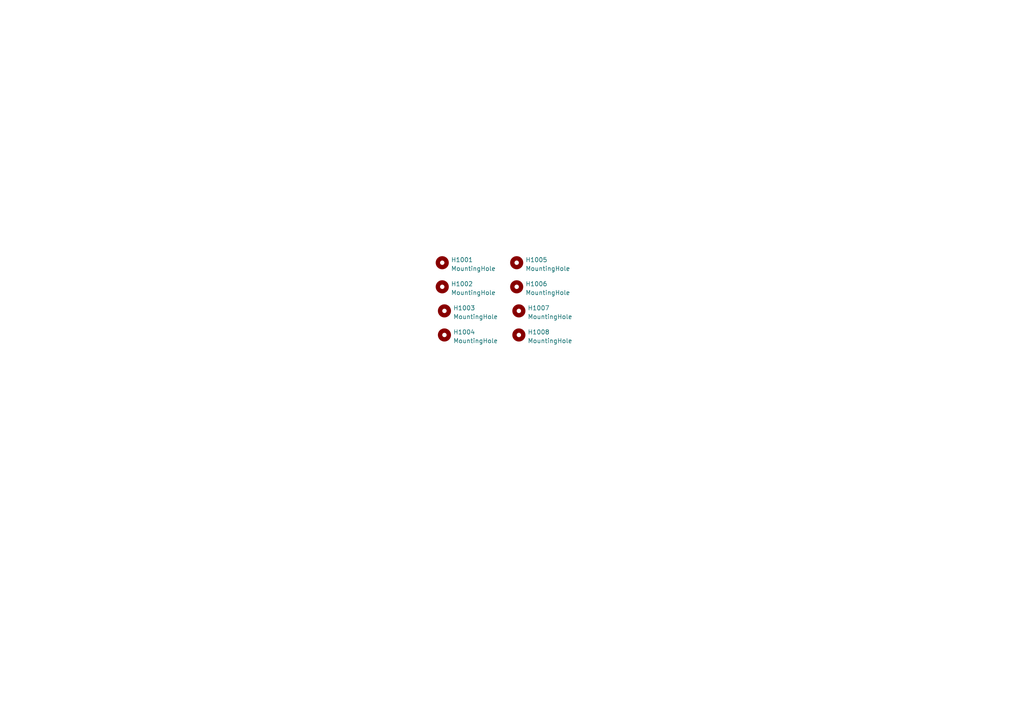
<source format=kicad_sch>
(kicad_sch (version 20231120) (generator "eeschema") (generator_version "8.0")
  (paper "A4")
  (lib_symbols
    (symbol "Mechanical:MountingHole" (pin_names (offset 1.016))
      (property "Reference" "H" (at 0 5.08 0))
      (property "Value" "MountingHole" (at 0 3.175 0))
      (symbol "MountingHole_0_1"
        (circle (center 0 0) (radius 1.27) (stroke (width 1.27)))
      )
    )
    (symbol "MountingHole_1" (pin_names (offset 1.016))
      (property "Reference" "H" (at 0 5.08 0))
      (property "Value" "MountingHole" (at 0 3.175 0))
      (symbol "MountingHole_1_0_1"
        (circle (center 0 0) (radius 1.27) (stroke (width 1.27)))
      )
    )
    (symbol "MountingHole_2" (pin_names (offset 1.016))
      (property "Reference" "H" (at 0 5.08 0))
      (property "Value" "MountingHole" (at 0 3.175 0))
      (symbol "MountingHole_2_0_1"
        (circle (center 0 0) (radius 1.27) (stroke (width 1.27)))
      )
    )
    (symbol "MountingHole_3" (pin_names (offset 1.016))
      (property "Reference" "H" (at 0 5.08 0))
      (property "Value" "MountingHole" (at 0 3.175 0))
      (symbol "MountingHole_3_0_1"
        (circle (center 0 0) (radius 1.27) (stroke (width 1.27)))
      )
    )
    (symbol "MountingHole_4" (pin_names (offset 1.016))
      (property "Reference" "H" (at 0 5.08 0))
      (property "Value" "MountingHole" (at 0 3.175 0))
      (symbol "MountingHole_4_0_1"
        (circle (center 0 0) (radius 1.27) (stroke (width 1.27)))
      )
    )
    (symbol "MountingHole_5" (pin_names (offset 1.016))
      (property "Reference" "H" (at 0 5.08 0))
      (property "Value" "MountingHole" (at 0 3.175 0))
      (symbol "MountingHole_5_0_1"
        (circle (center 0 0) (radius 1.27) (stroke (width 1.27)))
      )
    )
    (symbol "MountingHole_6" (pin_names (offset 1.016))
      (property "Reference" "H" (at 0 5.08 0))
      (property "Value" "MountingHole" (at 0 3.175 0))
      (symbol "MountingHole_6_0_1"
        (circle (center 0 0) (radius 1.27) (stroke (width 1.27)))
      )
    )
    (symbol "MountingHole_7" (pin_names (offset 1.016))
      (property "Reference" "H" (at 0 5.08 0))
      (property "Value" "MountingHole" (at 0 3.175 0))
      (symbol "MountingHole_7_0_1"
        (circle (center 0 0) (radius 1.27) (stroke (width 1.27)))
      )
    )
  )
  (symbol (lib_id "Mechanical:MountingHole") (at 149.86 83.185 0) (unit 1)
    (property "Reference" "H1006" (at 152.4 82.3503 0) (effects (justify left)))
    (property "Value" "MountingHole" (at 152.4 84.8872 0) (effects (justify left)))
    (property "Footprint" "MountingHole:MountingHole_3.2mm_M3" (effects (hide yes)))
  )
  (symbol (lib_name "MountingHole_7") (lib_id "Mechanical:MountingHole") (at 150.495 97.155 0) (unit 1)
    (property "Reference" "H1008" (at 153.035 96.3203 0) (effects (justify left)))
    (property "Value" "MountingHole" (at 153.035 98.8572 0) (effects (justify left)))
    (property "Footprint" "MountingHole:MountingHole_3.2mm_M3" (effects (hide yes)))
  )
  (symbol (lib_name "MountingHole_6") (lib_id "Mechanical:MountingHole") (at 128.905 97.155 0) (unit 1)
    (property "Reference" "H1004" (at 131.445 96.3203 0) (effects (justify left)))
    (property "Value" "MountingHole" (at 131.445 98.8572 0) (effects (justify left)))
    (property "Footprint" "MountingHole:MountingHole_3.2mm_M3" (effects (hide yes)))
  )
  (symbol (lib_name "MountingHole_4") (lib_id "Mechanical:MountingHole") (at 149.86 76.2 0) (unit 1)
    (property "Reference" "H1005" (at 152.4 75.3653 0) (effects (justify left)))
    (property "Value" "MountingHole" (at 152.4 77.9022 0) (effects (justify left)))
    (property "Footprint" "MountingHole:MountingHole_3.2mm_M3" (effects (hide yes)))
  )
  (symbol (lib_name "MountingHole_5") (lib_id "Mechanical:MountingHole") (at 128.27 83.185 0) (unit 1)
    (property "Reference" "H1002" (at 130.81 82.3503 0) (effects (justify left)))
    (property "Value" "MountingHole" (at 130.81 84.8872 0) (effects (justify left)))
    (property "Footprint" "MountingHole:MountingHole_3.2mm_M3" (effects (hide yes)))
  )
  (symbol (lib_name "MountingHole_2") (lib_id "Mechanical:MountingHole") (at 128.27 76.2 0) (unit 1)
    (property "Reference" "H1001" (at 130.81 75.3653 0) (effects (justify left)))
    (property "Value" "MountingHole" (at 130.81 77.9022 0) (effects (justify left)))
    (property "Footprint" "MountingHole:MountingHole_3.2mm_M3" (effects (hide yes)))
  )
  (symbol (lib_name "MountingHole_3") (lib_id "Mechanical:MountingHole") (at 150.495 90.17 0) (unit 1)
    (property "Reference" "H1007" (at 153.035 89.3353 0) (effects (justify left)))
    (property "Value" "MountingHole" (at 153.035 91.8722 0) (effects (justify left)))
    (property "Footprint" "MountingHole:MountingHole_3.2mm_M3" (effects (hide yes)))
  )
  (symbol (lib_name "MountingHole_1") (lib_id "Mechanical:MountingHole") (at 128.905 90.17 0) (unit 1)
    (property "Reference" "H1003" (at 131.445 89.3353 0) (effects (justify left)))
    (property "Value" "MountingHole" (at 131.445 91.8722 0) (effects (justify left)))
    (property "Footprint" "MountingHole:MountingHole_3.2mm_M3" (effects (hide yes)))
  )
)
</source>
